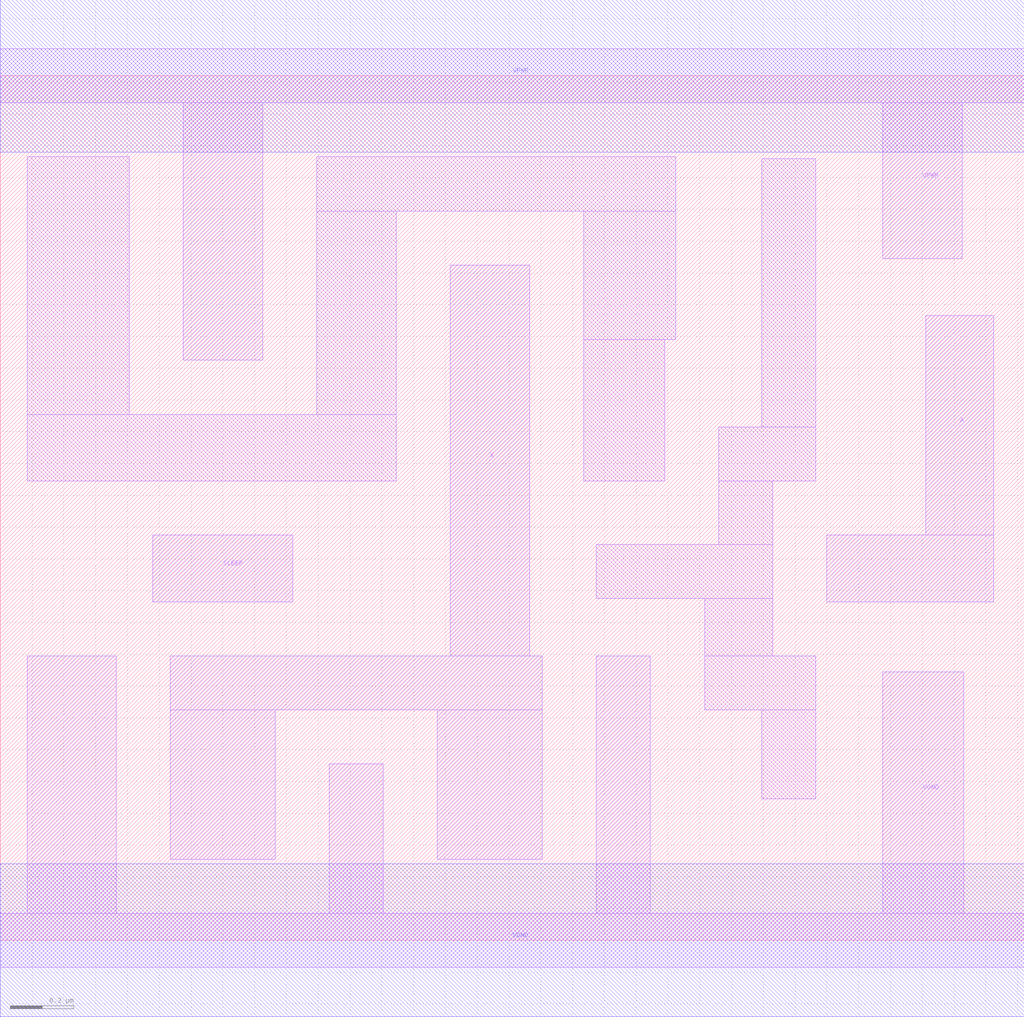
<source format=lef>
# Copyright 2020 The SkyWater PDK Authors
#
# Licensed under the Apache License, Version 2.0 (the "License");
# you may not use this file except in compliance with the License.
# You may obtain a copy of the License at
#
#     https://www.apache.org/licenses/LICENSE-2.0
#
# Unless required by applicable law or agreed to in writing, software
# distributed under the License is distributed on an "AS IS" BASIS,
# WITHOUT WARRANTIES OR CONDITIONS OF ANY KIND, either express or implied.
# See the License for the specific language governing permissions and
# limitations under the License.
#
# SPDX-License-Identifier: Apache-2.0

VERSION 5.5 ;
NAMESCASESENSITIVE ON ;
BUSBITCHARS "[]" ;
DIVIDERCHAR "/" ;
MACRO sky130_fd_sc_hd__lpflow_isobufsrc_2
  CLASS CORE ;
  SOURCE USER ;
  ORIGIN  0.000000  0.000000 ;
  SIZE  3.220000 BY  2.720000 ;
  SYMMETRY X Y R90 ;
  SITE unithd ;
  PIN A
    ANTENNAGATEAREA  0.126000 ;
    DIRECTION INPUT ;
    USE SIGNAL ;
    PORT
      LAYER li1 ;
        RECT 2.600000 1.065000 3.125000 1.275000 ;
        RECT 2.910000 1.275000 3.125000 1.965000 ;
    END
  END A
  PIN SLEEP
    ANTENNAGATEAREA  0.495000 ;
    DIRECTION INPUT ;
    USE SIGNAL ;
    PORT
      LAYER li1 ;
        RECT 0.480000 1.065000 0.920000 1.275000 ;
    END
  END SLEEP
  PIN X
    ANTENNADIFFAREA  0.621000 ;
    DIRECTION OUTPUT ;
    USE SIGNAL ;
    PORT
      LAYER li1 ;
        RECT 0.535000 0.255000 0.865000 0.725000 ;
        RECT 0.535000 0.725000 1.705000 0.895000 ;
        RECT 1.375000 0.255000 1.705000 0.725000 ;
        RECT 1.415000 0.895000 1.665000 2.125000 ;
    END
  END X
  PIN VGND
    DIRECTION INOUT ;
    SHAPE ABUTMENT ;
    USE GROUND ;
    PORT
      LAYER li1 ;
        RECT 0.000000 -0.085000 3.220000 0.085000 ;
        RECT 0.085000  0.085000 0.365000 0.895000 ;
        RECT 1.035000  0.085000 1.205000 0.555000 ;
        RECT 1.875000  0.085000 2.045000 0.895000 ;
        RECT 2.775000  0.085000 3.030000 0.845000 ;
    END
    PORT
      LAYER met1 ;
        RECT 0.000000 -0.240000 3.220000 0.240000 ;
    END
  END VGND
  PIN VPWR
    DIRECTION INOUT ;
    SHAPE ABUTMENT ;
    USE POWER ;
    PORT
      LAYER li1 ;
        RECT 0.000000 2.635000 3.220000 2.805000 ;
        RECT 0.575000 1.825000 0.825000 2.635000 ;
        RECT 2.775000 2.145000 3.025000 2.635000 ;
    END
    PORT
      LAYER met1 ;
        RECT 0.000000 2.480000 3.220000 2.960000 ;
    END
  END VPWR
  OBS
    LAYER li1 ;
      RECT 0.085000 1.445000 1.245000 1.655000 ;
      RECT 0.085000 1.655000 0.405000 2.465000 ;
      RECT 0.995000 1.655000 1.245000 2.295000 ;
      RECT 0.995000 2.295000 2.125000 2.465000 ;
      RECT 1.835000 1.445000 2.090000 1.890000 ;
      RECT 1.835000 1.890000 2.125000 2.295000 ;
      RECT 1.875000 1.075000 2.430000 1.245000 ;
      RECT 2.215000 0.725000 2.565000 0.895000 ;
      RECT 2.215000 0.895000 2.430000 1.075000 ;
      RECT 2.260000 1.245000 2.430000 1.445000 ;
      RECT 2.260000 1.445000 2.565000 1.615000 ;
      RECT 2.395000 0.445000 2.565000 0.725000 ;
      RECT 2.395000 1.615000 2.565000 2.460000 ;
  END
END sky130_fd_sc_hd__lpflow_isobufsrc_2

</source>
